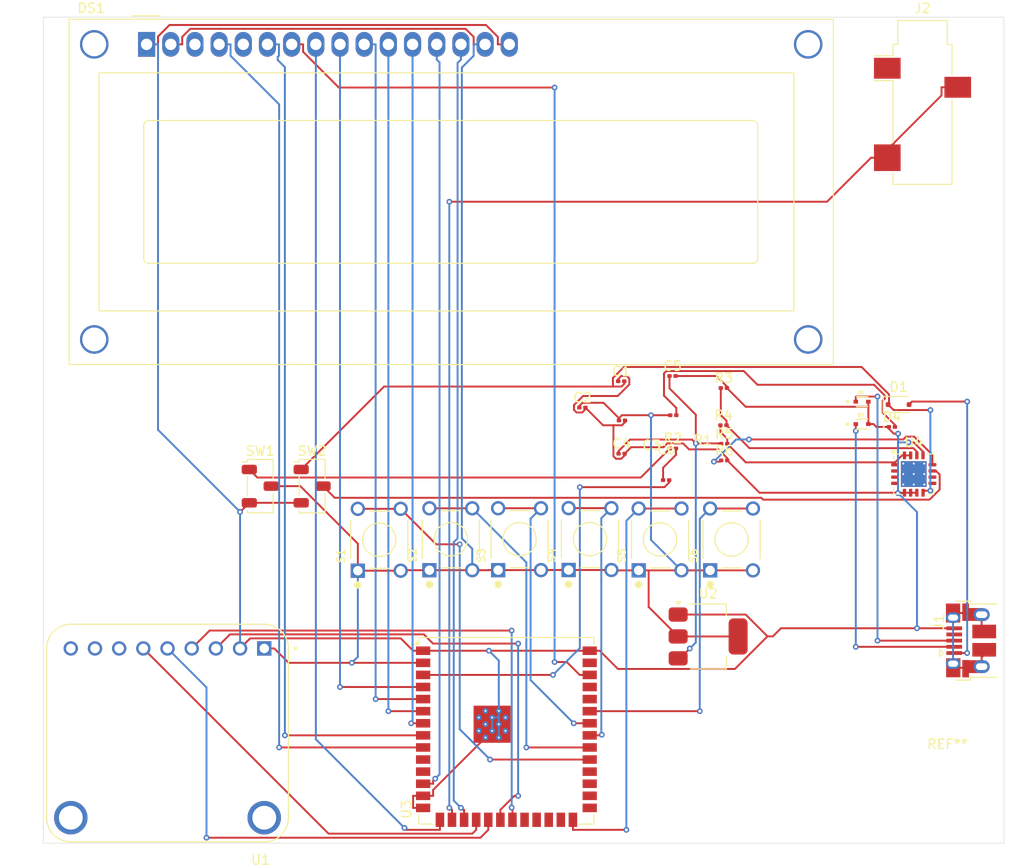
<source format=kicad_pcb>
(kicad_pcb (version 20241229) (generator "pcbnew") (generator_version "9.0")
  (layers (0 "F.Cu" signal) (2 "B.Cu" signal) (13 "F.Paste" user) (15 "B.Paste" user) (5 "F.SilkS" user "F.Silkscreen") (7 "B.SilkS" user "B.Silkscreen") (1 "F.Mask" user) (3 "B.Mask" user) (25 "Edge.Cuts" user))
  (net 0 "")
  (net 1 "unconnected-(J1-Shield-Pad6)")
  (net 3 "VBUS")
  (net 4 "+5V")
  (net 5 "Net-(J1-D+)")
  (net 6 "D+")
  (net 7 "Net-(J1-D-)")
  (net 8 "Net-(D4-A)")
  (net 9 "VCC_3V3")
  (net 22 "Net-(SW1-C)")
  (net 23 "Net-(U3-EN)")
  (net 24 "Net-(C6-Pad1)")
  (net 25 "SCK")
  (net 26 "CS")
  (net 27 "MOSI")
  (net 28 "MISO")
  (net 29 "RST")
  (net 30 "D6")
  (net 31 "D2")
  (net 32 "ENABLE")
  (net 33 "D7")
  (net 34 "D4")
  (net 35 "D3")
  (net 36 "RW")
  (net 38 "D0")
  (net 39 "D5")
  (net 40 "RS")
  (net 41 "D1")
  (net 42 "PLAY")
  (net 43 "PAUSE")
  (net 44 "FORWARD1")
  (net 45 "BACK1")
  (net 46 "BACKS")
  (net 47 "NEXTS")
  (net 49 "Net-(SW2-B)")
  (net 50 "Net-(U3-IO46)")
  (net 51 "Net-(U4-FB)")
  (net 52 "Net-(R4-Pad1)")
  (net 54 "unconnected-(U4-PAD-Pad17)")
  (net 59 "Net-(U2-VI)")
  (net 60 "Net-(U4-LBO)")
  (footprint "MountingHole:MountingHole_3.5mm" (layer "F.Cu") (at 93.32 24.29)
    (property "Reference" "REF**" (hide yes))
    (property "Value" "MountingHole_3.5mm" (hide yes))
  )
  (footprint "Diode_SMD:D_SOD-323F" (layer "F.Cu") (at 89.85 40.7)
    (property "Reference" "D1")
    (property "Value" "1SS355VM")
  )
  (footprint "Capacitor_SMD:C_0201_0603Metric" (layer "F.Cu") (at 65.43 48.64)
    (property "Reference" "C6")
    (property "Value" "C")
  )
  (footprint "Button_Switch_SMD:Nidec_Copal_CAS-120A" (layer "F.Cu") (at 22.79 49.27)
    (property "Reference" "SW1")
    (property "Value" "SW_Nidec_CAS-120A1")
  )
  (footprint "Connector_Audio:Jack_3.5mm_CUI_SJ-3523-SMT_Horizontal" (layer "F.Cu") (at 92.36 8.97)
    (property "Reference" "J2")
    (property "Value" "AudioJack3")
  )
  (footprint "MountingHole:MountingHole_3.5mm" (layer "F.Cu") (at 94.99 80.88)
    (property "Reference" "REF**")
    (property "Value" "MountingHole_3.5mm")
  )
  (footprint "Resistor_SMD:R_0201_0603Metric" (layer "F.Cu") (at 66.14 45.31)
    (property "Reference" "R2")
    (property "Value" "R")
  )
  (footprint "FSM8JH:SW_FSM8JH" (layer "F.Cu") (at 64.79 54.87 90)
    (property "Reference" "S5")
    (property "Value" "FSM8JH")
  )
  (footprint "Capacitor_SMD:C_0201_0603Metric" (layer "F.Cu") (at 66.1 37.7)
    (property "Reference" "C5")
    (property "Value" "C")
  )
  (footprint "Capacitor_SMD:C_0201_0603Metric" (layer "F.Cu") (at 60.79 42.37)
    (property "Reference" "C3")
    (property "Value" "C")
  )
  (footprint "Resistor_SMD:R_0201_0603Metric" (layer "F.Cu") (at 71.45 42.87)
    (property "Reference" "R4")
    (property "Value" "R")
  )
  (footprint "FSM8JH:SW_FSM8JH" (layer "F.Cu") (at 57.43 54.83 90)
    (property "Reference" "S4")
    (property "Value" "FSM8JH")
  )
  (footprint "Capacitor_SMD:C_0201_0603Metric" (layer "F.Cu") (at 56.63 41.02)
    (property "Reference" "C2")
    (property "Value" "C")
  )
  (footprint "Resistor_SMD:R_0201_0603Metric" (layer "F.Cu") (at 71.49 38.96)
    (property "Reference" "R3")
    (property "Value" "R")
  )
  (footprint "Capacitor_SMD:C_0201_0603Metric" (layer "F.Cu") (at 60.71 38.25)
    (property "Reference" "C1")
    (property "Value" "C")
  )
  (footprint "Package_TO_SOT_SMD:SOT-223-3_TabPin2" (layer "F.Cu") (at 69.84 65.06)
    (property "Reference" "U2")
    (property "Value" "AMS1117")
  )
  (footprint "Resistor_SMD:R_0201_0603Metric" (layer "F.Cu") (at 66.18 41.82)
    (property "Reference" "R1")
    (property "Value" "R")
  )
  (footprint "Capacitor_SMD:C_0201_0603Metric" (layer "F.Cu") (at 60.75 45.86)
    (property "Reference" "C4")
    (property "Value" "C")
  )
  (footprint "FSM8JH:SW_FSM8JH" (layer "F.Cu") (at 72.3 54.87 90)
    (property "Reference" "S6")
    (property "Value" "FSM8JH")
  )
  (footprint "Resistor_SMD:R_0201_0603Metric" (layer "F.Cu") (at 71.53 44.82)
    (property "Reference" "R5")
    (property "Value" "3.7ohms")
  )
  (footprint "FSM8JH:SW_FSM8JH" (layer "F.Cu") (at 42.81 54.85 90)
    (property "Reference" "S2")
    (property "Value" "FSM8JH")
  )
  (footprint "LED_SMD:LED_0201_0603Metric" (layer "F.Cu") (at 89.14 43.05)
    (property "Reference" "D4")
    (property "Value" "LED")
  )
  (footprint "Display:WC1602A" (layer "F.Cu") (at 10.85 2.86)
    (property "Reference" "DS1")
    (property "Value" "WC1602A")
  )
  (footprint "Button_Switch_SMD:Nidec_Copal_CAS-120A" (layer "F.Cu") (at 28.24 49.27)
    (property "Reference" "SW2")
    (property "Value" "SW_Nidec_CAS-120A1")
  )
  (footprint "FSM8JH:SW_FSM8JH" (layer "F.Cu") (at 50.0325 54.8425 90)
    (property "Reference" "S3")
    (property "Value" "FSM8JH")
  )
  (footprint "FSM8JH:SW_FSM8JH" (layer "F.Cu") (at 35.2925 54.9025 90)
    (property "Reference" "S1")
    (property "Value" "FSM8JH")
  )
  (footprint "RF_Module:ESP32-S3-WROOM-1U" (layer "F.Cu") (at 48.65 74.97)
    (property "Reference" "U3")
    (property "Value" "ESP32-S3-WROOM-1")
  )
  (footprint "LESD5D5.0CT1G:TVS_LESD5D5.0CT1G" (layer "F.Cu") (at 86.01 42.75)
    (property "Reference" "D3")
    (property "Value" "LESD5D5.0CT1G")
  )
  (footprint "Resistor_SMD:R_0201_0603Metric" (layer "F.Cu") (at 71.53 46.57)
    (property "Reference" "R6")
    (property "Value" "R")
  )
  (footprint "LESD5D5.0CT1G:TVS_LESD5D5.0CT1G" (layer "F.Cu") (at 86.01 40.4)
    (property "Reference" "D2")
    (property "Value" "LESD5D5.0CT1G")
  )
  (footprint "Package_DFN_QFN:Texas_RSA_VQFN-16-1EP_4x4mm_P0.65mm_EP2.7x2.7mm_ThermalVias" (layer "F.Cu") (at 91.44 48)
    (property "Reference" "U4")
    (property "Value" "TPS61090")
  )
  (footprint "MountingHole:MountingHole_3.5mm" (layer "F.Cu") (at 5.49 48.32)
    (property "Reference" "REF**" (hide yes))
    (property "Value" "MountingHole_3.5mm" (hide yes))
  )
  (footprint "Connector_USB:USB_Micro-B_Amphenol_10103594-0001LF_Horizontal" (layer "F.Cu") (at 97.455 65.475 90)
    (property "Reference" "J1")
    (property "Value" "USB_B_Micro")
  )
  (footprint "sdCardBoard:MODULE_MICROSD_SPI_OR_SDIO_CARD" (layer "F.Cu") (at 13.05 75.21 180)
    (property "Reference" "U1")
    (property "Value" "MICROSD_SPI_OR_SDIO_CARD")
  )
  (gr_rect (start 0 0) (end 100.91 86.77) (stroke (width 0.05)) (fill no) (layer "Edge.Cuts"))
  (segment (start 98.57 68.23) (end 98.57 67.2533) (width 0.2) (layer "F.Cu") (net 1))
  (segment (start 95.57 62.6) (end 96.79 62.6) (width 0.2) (layer "F.Cu") (net 1))
  (segment (start 98.84 66.9833) (end 98.57 67.2533) (width 0.2) (layer "F.Cu") (net 1))
  (segment (start 97.14 62.75) (end 96.89 62.5) (width 0.2) (layer "F.Cu") (net 1))
  (segment (start 97.42 68.45) (end 97.64 68.23) (width 0.2) (layer "F.Cu") (net 1))
  (segment (start 96.79 68.35) (end 95.59 68.35) (width 0.2) (layer "F.Cu") (net 1))
  (segment (start 97.64 68.23) (end 98.57 68.23) (width 0.2) (layer "F.Cu") (net 1))
  (segment (start 98.84 66.46) (end 98.84 66.9833) (width 0.2) (layer "F.Cu") (net 1))
  (segment (start 98.57 64.27) (end 98.57 62.77) (width 0.2) (layer "F.Cu") (net 1))
  (segment (start 98.57 62.77) (end 97.66 62.77) (width 0.2) (layer "F.Cu") (net 1))
  (segment (start 95.59 68.35) (end 95.59 67.94) (width 0.2) (layer "F.Cu") (net 1))
  (segment (start 97.64 62.75) (end 97.14 62.75) (width 0.2) (layer "F.Cu") (net 1))
  (segment (start 96.79 62.6) (end 96.89 62.5) (width 0.2) (layer "F.Cu") (net 1))
  (segment (start 96.89 68.45) (end 96.79 68.35) (width 0.2) (layer "F.Cu") (net 1))
  (segment (start 95.59 67.94) (end 95.57 67.92) (width 0.2) (layer "F.Cu") (net 1))
  (segment (start 95.57 63.08) (end 95.57 62.6) (width 0.2) (layer "F.Cu") (net 1))
  (segment (start 98.84 64.54) (end 98.57 64.27) (width 0.2) (layer "F.Cu") (net 1))
  (segment (start 97.66 62.77) (end 97.64 62.75) (width 0.2) (layer "F.Cu") (net 1))
  (segment (start 96.89 68.45) (end 97.42 68.45) (width 0.2) (layer "F.Cu") (net 1))
  (segment (start 95.57 67.92) (end 95.57 63.08) (width 0.2) (layer "B.Cu") (net 1))
  (segment (start 96.8167 66.8) (end 97.0525 66.8) (width 0.2) (layer "F.Cu") (net 3))
  (segment (start 95.69 66.8) (end 96.8167 66.8) (width 0.2) (layer "F.Cu") (net 3))
  (segment (start 90.95 40.7) (end 91.2645 40.3855) (width 0.2) (layer "F.Cu") (net 3))
  (segment (start 91.2645 40.3855) (end 97.0525 40.3855) (width 0.2) (layer "F.Cu") (net 3))
  (via (at 97.0525 66.8) (size 0.6) (drill 0.3) (layers "F.Cu" "B.Cu") (net 3))
  (via (at 97.0525 40.3855) (size 0.6) (drill 0.3) (layers "F.Cu" "B.Cu") (net 3))
  (segment (start 97.0525 40.3855) (end 97.0525 66.8) (width 0.2) (layer "B.Cu") (net 3))
  (segment (start 88.75 40.7) (end 89.3279 41.2779) (width 0.2) (layer "F.Cu") (net 4))
  (segment (start 61.03 38.518) (end 60.7402 38.8078) (width 0.2) (layer "F.Cu") (net 4))
  (segment (start 35.8022 38.8078) (end 27.09 47.52) (width 0.2) (layer "F.Cu") (net 4))
  (segment (start 88.75 40.7) (end 88.8432 40.6068) (width 0.2) (layer "F.Cu") (net 4))
  (segment (start 89.3279 41.2779) (end 93.1873 41.2779) (width 0.2) (layer "F.Cu") (net 4))
  (segment (start 61.03 38.25) (end 61.03 38.518) (width 0.2) (layer "F.Cu") (net 4))
  (segment (start 59.8377 37.9096) (end 59.8377 38.8078) (width 0.2) (layer "F.Cu") (net 4))
  (segment (start 59.8377 38.8078) (end 35.8022 38.8078) (width 0.2) (layer "F.Cu") (net 4))
  (segment (start 60.7402 38.8078) (end 59.8377 38.8078) (width 0.2) (layer "F.Cu") (net 4))
  (segment (start 85.9609 36.753) (end 60.9943 36.753) (width 0.2) (layer "F.Cu") (net 4))
  (segment (start 93.1873 49.7473) (end 92.6302 49.7473) (width 0.2) (layer "F.Cu") (net 4))
  (segment (start 88.8432 40.6068) (end 88.8432 39.6353) (width 0.2) (layer "F.Cu") (net 4))
  (segment (start 92.6302 49.7473) (end 92.415 49.9625) (width 0.2) (layer "F.Cu") (net 4))
  (segment (start 88.8432 39.6353) (end 85.9609 36.753) (width 0.2) (layer "F.Cu") (net 4))
  (segment (start 60.9943 36.753) (end 59.8377 37.9096) (width 0.2) (layer "F.Cu") (net 4))
  (via (at 93.1873 41.2779) (size 0.6) (drill 0.3) (layers "F.Cu" "B.Cu") (net 4))
  (via (at 93.1873 49.7473) (size 0.6) (drill 0.3) (layers "F.Cu" "B.Cu") (net 4))
  (segment (start 93.1873 49.7473) (end 93.1873 41.2779) (width 0.2) (layer "B.Cu") (net 4))
  (segment (start 85.35 40.4) (end 85.35 39.8983) (width 0.2) (layer "F.Cu") (net 5))
  (segment (start 95.69 65.5) (end 87.6301 65.5) (width 0.2) (layer "F.Cu") (net 5))
  (segment (start 85.35 39.8983) (end 85.3895 39.8588) (width 0.2) (layer "F.Cu") (net 5))
  (segment (start 85.3895 39.8588) (end 87.6301 39.8588) (width 0.2) (layer "F.Cu") (net 5))
  (via (at 87.6301 65.5) (size 0.6) (drill 0.3) (layers "F.Cu" "B.Cu") (net 5))
  (via (at 87.6301 39.8588) (size 0.6) (drill 0.3) (layers "F.Cu" "B.Cu") (net 5))
  (segment (start 87.6301 39.8588) (end 87.6301 65.5) (width 0.2) (layer "B.Cu") (net 5))
  (segment (start 59.8918 42.8763) (end 58.8063 42.8763) (width 0.2) (layer "F.Cu") (net 6))
  (segment (start 47.15 74.28) (end 46.45 74.28) (width 0.2) (layer "F.Cu") (net 6))
  (segment (start 60.39 38.25) (end 60.39 38.033) (width 0.2) (layer "F.Cu") (net 6))
  (segment (start 47.7483 2.86) (end 47.7483 2.0743) (width 0.2) (layer "F.Cu") (net 6))
  (segment (start 67.2122 44.7812) (end 65.5501 44.7812) (width 0.2) (layer "F.Cu") (net 6))
  (segment (start 73.7811 62.76) (end 66.69 62.76) (width 0.2) (layer "F.Cu") (net 6))
  (segment (start 71.81 38.96) (end 73.7817 40.9317) (width 0.2) (layer "F.Cu") (net 6))
  (segment (start 39.3742 81.8) (end 38.8483 81.8) (width 0.2) (layer "F.Cu") (net 6))
  (segment (start 39.3742 81.8) (end 39.9 81.8) (width 0.2) (layer "F.Cu") (net 6))
  (segment (start 21.7271 65.2629) (end 37.5512 65.2629) (width 0.2) (layer "F.Cu") (net 6))
  (segment (start 90.465 49.9625) (end 90.4262 50.0013) (width 0.2) (layer "F.Cu") (net 6))
  (segment (start 40.9517 81.8) (end 40.9517 81.1783) (width 0.2) (layer "F.Cu") (net 6))
  (segment (start 60.39 38.033) (end 60.7297 37.6933) (width 0.2) (layer "F.Cu") (net 6))
  (segment (start 91.4391 44.6739) (end 90.8829 44.6739) (width 0.2) (layer "F.Cu") (net 6))
  (segment (start 56.6084 41.5334) (end 57.0359 41.1059) (width 0.2) (layer "F.Cu") (net 6))
  (segment (start 91.115 49.9625) (end 90.465 49.9625) (width 0.2) (layer "F.Cu") (net 6))
  (segment (start 61.7486 45.1814) (end 61.07 45.86) (width 0.2) (layer "F.Cu") (net 6))
  (segment (start 57.0359 41.1059) (end 56.95 41.02) (width 0.2) (layer "F.Cu") (net 6))
  (segment (start 71.85 46.3349) (end 70.9253 45.4102) (width 0.2) (layer "F.Cu") (net 6))
  (segment (start 27.09 51.02) (end 21.64 51.02) (width 0.2) (layer "F.Cu") (net 6))
  (segment (start 58.8063 42.8763) (end 57.0359 41.1059) (width 0.2) (layer "F.Cu") (net 6))
  (segment (start 47.7483 2.0743) (end 46.5019 0.8279) (width 0.2) (layer "F.Cu") (net 6))
  (segment (start 76.0744 65.0532) (end 72.6553 68.4723) (width 0.2) (layer "F.Cu") (net 6))
  (segment (start 61.11 42.5418) (end 60.7755 42.8763) (width 0.2) (layer "F.Cu") (net 6))
  (segment (start 67.8412 45.4102) (end 67.2122 44.7812) (width 0.2) (layer "F.Cu") (net 6))
  (segment (start 92.415 46.0375) (end 92.415 45.6498) (width 0.2) (layer "F.Cu") (net 6))
  (segment (start 71.85 46.57) (end 71.85 46.3349) (width 0.2) (layer "F.Cu") (net 6))
  (segment (start 65.15 45.1813) (end 65.15 45.1814) (width 0.2) (layer "F.Cu") (net 6))
  (segment (start 76.6375 65.0533) (end 76.0744 65.0533) (width 0.2) (layer "F.Cu") (net 6))
  (segment (start 76.0744 65.0533) (end 76.0744 65.0532) (width 0.2) (layer "F.Cu") (net 6))
  (segment (start 86.67 40.9317) (end 86.67 42.75) (width 0.2) (layer "F.Cu") (net 6))
  (segment (start 61.07 46.0432) (end 60.7191 46.3941) (width 0.2) (layer "F.Cu") (net 6))
  (segment (start 48.55 74.98) (end 47.15 74.98) (width 0.2) (layer "F.Cu") (net 6))
  (segment (start 46.5019 0.8279) (end 13.2576 0.8279) (width 0.2) (layer "F.Cu") (net 6))
  (segment (start 39.9 66.56) (end 38.8483 66.56) (width 0.2) (layer "F.Cu") (net 6))
  (segment (start 39.9 83.07) (end 38.8483 83.07) (width 0.2) (layer "F.Cu") (net 6))
  (segment (start 48.55 73.58) (end 47.15 73.58) (width 0.2) (layer "F.Cu") (net 6))
  (segment (start 55.7475 40.7538) (end 55.7475 41.2562) (width 0.2) (layer "F.Cu") (net 6))
  (segment (start 13.2576 0.8279) (end 12.0517 2.0338) (width 0.2) (layer "F.Cu") (net 6))
  (segment (start 87.5117 43.05) (end 87.2117 42.75) (width 0.2) (layer "F.Cu") (net 6))
  (segment (start 40.9517 81.1783) (end 46.45 75.68) (width 0.2) (layer "F.Cu") (net 6))
  (segment (start 91.7805 64.2) (end 77.4908 64.2) (width 0.2) (layer "F.Cu") (net 6))
  (segment (start 60.364 68.4723) (end 58.4517 66.56) (width 0.2) (layer "F.Cu") (net 6))
  (segment (start 95.69 64.2) (end 91.7805 64.2) (width 0.2) (layer "F.Cu") (net 6))
  (segment (start 38.8483 83.07) (end 38.8483 81.8) (width 0.2) (layer "F.Cu") (net 6))
  (segment (start 90.4262 50.0013) (end 89.7751 50.0013) (width 0.2) (layer "F.Cu") (net 6))
  (segment (start 61.2904 37.6933) (end 61.5628 37.9657) (width 0.2) (layer "F.Cu") (net 6))
  (segment (start 20.67 66.32) (end 21.7271 65.2629) (width 0.2) (layer "F.Cu") (net 6))
  (segment (start 73.7817 40.9317) (end 86.67 40.9317) (width 0.2) (layer "F.Cu") (net 6))
  (segment (start 47.85 74.28) (end 47.15 74.28) (width 0.2) (layer "F.Cu") (net 6))
  (segment (start 59.8918 46.1281) (end 59.8918 42.8763) (width 0.2) (layer "F.Cu") (net 6))
  (segment (start 39.9 81.8) (end 40.9517 81.8) (width 0.2) (layer "F.Cu") (net 6))
  (segment (start 60.7755 42.8763) (end 59.8918 42.8763) (width 0.2) (layer "F.Cu") (net 6))
  (segment (start 75.2425 49.9625) (end 71.85 46.57) (width 0.2) (layer "F.Cu") (net 6))
  (segment (start 70.713 37.7) (end 71.81 38.797) (width 0.2) (layer "F.Cu") (net 6))
  (segment (start 20.6858 51.9742) (end 20.67 51.9742) (width 0.2) (layer "F.Cu") (net 6))
  (segment (start 65.5501 44.7812) (end 65.15 45.1813) (width 0.2) (layer "F.Cu") (net 6))
  (segment (start 88.82 43.05) (end 88.82 43.2386) (width 0.2) (layer "F.Cu") (net 6))
  (segment (start 12.0517 2.0338) (end 12.0517 2.86) (width 0.2) (layer "F.Cu") (net 6))
  (segment (start 76.0744 65.0532) (end 73.7811 62.76) (width 0.2) (layer "F.Cu") (net 6))
  (segment (start 60.3432 39.803) (end 56.6983 39.803) (width 0.2) (layer "F.Cu") (net 6))
  (segment (start 88.82 43.05) (end 87.5117 43.05) (width 0.2) (layer "F.Cu") (net 6))
  (segment (start 47.15 74.98) (end 45.75 74.98) (width 0.2) (layer "F.Cu") (net 6))
  (segment (start 61.5628 37.9657) (end 61.5628 38.5834) (width 0.2) (layer "F.Cu") (net 6))
  (segment (start 47.15 73.58) (end 45.75 73.58) (width 0.2) (layer "F.Cu") (net 6))
  (segment (start 46.812 66.56) (end 39.9 66.56) (width 0.2) (layer "F.Cu") (net 6))
  (segment (start 46.812 66.56) (end 57.4 66.56) (width 0.2) (layer "F.Cu") (net 6))
  (segment (start 21.64 51.02) (end 20.6858 51.9742) (width 0.2) (layer "F.Cu") (net 6))
  (segment (start 65.15 45.1814) (end 61.7486 45.1814) (width 0.2) (layer "F.Cu") (net 6))
  (segment (start 77.4908 64.2) (end 76.6375 65.0533) (width 0.2) (layer "F.Cu") (net 6))
  (segment (start 55.7475 41.2562) (end 56.0247 41.5334) (width 0.2) (layer "F.Cu") (net 6))
  (segment (start 60.1578 46.3941) (end 59.8918 46.1281) (width 0.2) (layer "F.Cu") (net 6))
  (segment (start 61.11 42.37) (end 61.11 42.5418) (width 0.2) (layer "F.Cu") (net 6))
  (segment (start 91.765 49.9625) (end 91.115 49.9625) (width 0.2) (layer "F.Cu") (net 6))
  (segment (start 90.465 49.9625) (end 75.2425 49.9625) (width 0.2) (layer "F.Cu") (net 6))
  (segment (start 56.0247 41.5334) (end 56.6084 41.5334) (width 0.2) (layer "F.Cu") (net 6))
  (segment (start 37.5512 65.2629) (end 38.8483 66.56) (width 0.2) (layer "F.Cu") (net 6))
  (segment (start 66.42 37.7) (end 70.713 37.7) (width 0.2) (layer "F.Cu") (net 6))
  (segment (start 72.6553 68.4723) (end 60.364 68.4723) (width 0.2) (layer "F.Cu") (net 6))
  (segment (start 61.07 45.86) (end 61.07 46.0432) (width 0.2) (layer "F.Cu") (net 6))
  (segment (start 56.6983 39.803) (end 55.7475 40.7538) (width 0.2) (layer "F.Cu") (net 6))
  (segment (start 57.4 66.56) (end 58.4517 66.56) (width 0.2) (layer "F.Cu") (net 6))
  (segment (start 86.67 42.75) (end 87.2117 42.75) (width 0.2) (layer "F.Cu") (net 6))
  (segment (start 48.95 2.86) (end 47.7483 2.86) (width 0.2) (layer "F.Cu") (net 6))
  (segment (start 10.85 2.86) (end 12.0517 2.86) (width 0.2) (layer "F.Cu") (net 6))
  (segment (start 60.7297 37.6933) (end 61.2904 37.6933) (width 0.2) (layer "F.Cu") (net 6))
  (segment (start 60.7191 46.3941) (end 60.1578 46.3941) (width 0.2) (layer "F.Cu") (net 6))
  (segment (start 89.3385 43.7571) (end 89.7883 43.7571) (width 0.2) (layer "F.Cu") (net 6))
  (segment (start 47.85 72.88) (end 46.45 72.88) (width 0.2) (layer "F.Cu") (net 6))
  (segment (start 61.5628 38.5834) (end 60.3432 39.803) (width 0.2) (layer "F.Cu") (net 6))
  (segment (start 71.81 38.797) (end 71.81 38.96) (width 0.2) (layer "F.Cu") (net 6))
  (segment (start 92.415 45.6498) (end 91.4391 44.6739) (width 0.2) (layer "F.Cu") (net 6))
  (segment (start 86.67 40.4) (end 86.67 40.9317) (width 0.2) (layer "F.Cu") (net 6))
  (segment (start 47.85 75.68) (end 46.45 75.68) (width 0.2) (layer "F.Cu") (net 6))
  (segment (start 88.82 43.2386) (end 89.3385 43.7571) (width 0.2) (layer "F.Cu") (net 6))
  (segment (start 70.9253 45.4102) (end 67.8412 45.4102) (width 0.2) (layer "F.Cu") (net 6))
  (via (at 90.8829 44.6739) (size 0.6) (drill 0.3) (layers "F.Cu" "B.Cu") (net 6))
  (via (at 46.812 66.56) (size 0.6) (drill 0.3) (layers "F.Cu" "B.Cu") (net 6))
  (via (at 91.7805 64.2) (size 0.6) (drill 0.3) (layers "F.Cu" "B.Cu") (net 6))
  (via (at 89.7751 50.0013) (size 0.6) (drill 0.3) (layers "F.Cu" "B.Cu") (net 6))
  (via (at 20.67 51.9742) (size 0.6) (drill 0.3) (layers "F.Cu" "B.Cu") (net 6))
  (via (at 89.7883 43.7571) (size 0.6) (drill 0.3) (layers "F.Cu" "B.Cu") (net 6))
  (segment (start 47.85 72.88) (end 47.85 73.58) (width 0.2) (layer "B.Cu") (net 6))
  (segment (start 10.85 2.86) (end 12.0517 2.86) (width 0.2) (layer "B.Cu") (net 6))
  (segment (start 20.67 66.32) (end 20.67 51.9742) (width 0.2) (layer "B.Cu") (net 6))
  (segment (start 89.7883 50.0013) (end 89.7883 44.6739) (width 0.2) (layer "B.Cu") (net 6))
  (segment (start 47.15 74.98) (end 47.15 73.58) (width 0.2) (layer "B.Cu") (net 6))
  (segment (start 47.85 72.88) (end 47.85 67.598) (width 0.2) (layer "B.Cu") (net 6))
  (segment (start 47.85 73.58) (end 47.15 73.58) (width 0.2) (layer "B.Cu") (net 6))
  (segment (start 12.0517 43.3559) (end 20.67 51.9742) (width 0.2) (layer "B.Cu") (net 6))
  (segment (start 91.7805 64.2) (end 91.7805 51.9935) (width 0.2) (layer "B.Cu") (net 6))
  (segment (start 89.7883 50.0013) (end 89.7751 50.0013) (width 0.2) (layer "B.Cu") (net 6))
  (segment (start 89.7883 44.6739) (end 89.7883 43.7571) (width 0.2) (layer "B.Cu") (net 6))
  (segment (start 91.7805 51.9935) (end 89.7883 50.0013) (width 0.2) (layer "B.Cu") (net 6))
  (segment (start 89.7883 44.6739) (end 90.8829 44.6739) (width 0.2) (layer "B.Cu") (net 6))
  (segment (start 47.85 75.68) (end 47.85 74.28) (width 0.2) (layer "B.Cu") (net 6))
  (segment (start 12.0517 2.86) (end 12.0517 43.3559) (width 0.2) (layer "B.Cu") (net 6))
  (segment (start 47.85 67.598) (end 46.812 66.56) (width 0.2) (layer "B.Cu") (net 6))
  (segment (start 47.85 73.58) (end 47.85 74.28) (width 0.2) (layer "B.Cu") (net 6))
  (segment (start 95.69 66.15) (end 85.35 66.15) (width 0.2) (layer "F.Cu") (net 7))
  (segment (start 85.35 43.4718) (end 85.35 42.75) (width 0.2) (layer "F.Cu") (net 7))
  (via (at 85.35 66.15) (size 0.6) (drill 0.3) (layers "F.Cu" "B.Cu") (net 7))
  (via (at 85.35 43.4718) (size 0.6) (drill 0.3) (layers "F.Cu" "B.Cu") (net 7))
  (segment (start 85.35 66.15) (end 85.35 43.4718) (width 0.2) (layer "B.Cu") (net 7))
  (segment (start 88.1754 41.5504) (end 88.1754 40.2925) (width 0.2) (layer "F.Cu") (net 8))
  (segment (start 65.4494 37.181) (end 65.2032 37.4272) (width 0.2) (layer "F.Cu") (net 8))
  (segment (start 73.5837 37.181) (end 65.4494 37.181) (width 0.2) (layer "F.Cu") (net 8))
  (segment (start 65.2032 37.4272) (end 65.2032 39.7621) (width 0.2) (layer "F.Cu") (net 8))
  (segment (start 65.2032 39.7621) (end 66.5 41.0589) (width 0.2) (layer "F.Cu") (net 8))
  (segment (start 75.0211 38.6184) (end 73.5837 37.181) (width 0.2) (layer "F.Cu") (net 8))
  (segment (start 89.46 43.05) (end 89.46 42.835) (width 0.2) (layer "F.Cu") (net 8))
  (segment (start 89.46 42.835) (end 88.1754 41.5504) (width 0.2) (layer "F.Cu") (net 8))
  (segment (start 88.1754 40.2925) (end 88.4002 40.0677) (width 0.2) (layer "F.Cu") (net 8))
  (segment (start 87.2583 38.6184) (end 75.0211 38.6184) (width 0.2) (layer "F.Cu") (net 8))
  (segment (start 88.4002 39.7603) (end 87.2583 38.6184) (width 0.2) (layer "F.Cu") (net 8))
  (segment (start 88.4002 40.0677) (end 88.4002 39.7603) (width 0.2) (layer "F.Cu") (net 8))
  (segment (start 66.5 41.0589) (end 66.5 41.82) (width 0.2) (layer "F.Cu") (net 8))
  (segment (start 60.47 42.1306) (end 60.47 42.37) (width 0.2) (layer "F.Cu") (net 9))
  (segment (start 66.69 65.06) (end 63.5907 61.9607) (width 0.2) (layer "F.Cu") (net 9))
  (segment (start 46.7243 58.1) (end 45.06 58.1) (width 0.2) (layer "F.Cu") (net 9))
  (segment (start 23.21 66.32) (end 24.2657 66.32) (width 0.2) (layer "F.Cu") (net 9))
  (segment (start 13.39 2.86) (end 14.5917 2.86) (width 0.2) (layer "F.Cu") (net 9))
  (segment (start 39.9 67.83) (end 32.4129 67.83) (width 0.2) (layer "F.Cu") (net 9))
  (segment (start 56.31 40.8438) (end 56.31 41.02) (width 0.2) (layer "F.Cu") (net 9))
  (segment (start 62.54 58.12) (end 63.5907 58.12) (width 0.2) (layer "F.Cu") (net 9))
  (segment (start 44.3636 1.2296) (end 45.2083 2.0743) (width 0.2) (layer "F.Cu") (net 9))
  (segment (start 46.41 2.86) (end 45.2083 2.86) (width 0.2) (layer "F.Cu") (net 9))
  (segment (start 33.0425 58.1525) (end 37.5425 58.1525) (width 0.2) (layer "F.Cu") (net 9))
  (segment (start 55.18 58.08) (end 56.2307 58.08) (width 0.2) (layer "F.Cu") (net 9))
  (segment (start 59.68 58.08) (end 56.2307 58.08) (width 0.2) (layer "F.Cu") (net 9))
  (segment (start 14.5917 2.0717) (end 15.4338 1.2296) (width 0.2) (layer "F.Cu") (net 9))
  (segment (start 46.7318 58.0925) (end 46.7243 58.1) (width 0.2) (layer "F.Cu") (net 9))
  (segment (start 67.04 58.12) (end 63.5907 58.12) (width 0.2) (layer "F.Cu") (net 9))
  (segment (start 70.05 58.12) (end 74.55 58.12) (width 0.2) (layer "F.Cu") (net 9))
  (segment (start 59.72 58.12) (end 59.68 58.08) (width 0.2) (layer "F.Cu") (net 9))
  (segment (start 47.7825 58.0925) (end 46.7318 58.0925) (width 0.2) (layer "F.Cu") (net 9))
  (segment (start 60.7806 41.82) (end 60.47 42.1306) (width 0.2) (layer "F.Cu") (net 9))
  (segment (start 63.8389 41.82) (end 60.7806 41.82) (width 0.2) (layer "F.Cu") (net 9))
  (segment (start 58.8531 40.5137) (end 56.6401 40.5137) (width 0.2) (layer "F.Cu") (net 9))
  (segment (start 52.295 58.08) (end 52.2825 58.0925) (width 0.2) (layer "F.Cu") (net 9))
  (segment (start 47.7825 58.0925) (end 48.8332 58.0925) (width 0.2) (layer "F.Cu") (net 9))
  (segment (start 52.2825 58.0925) (end 48.8332 58.0925) (width 0.2) (layer "F.Cu") (net 9))
  (segment (start 15.4338 1.2296) (end 44.3636 1.2296) (width 0.2) (layer "F.Cu") (net 9))
  (segment (start 45.2083 2.0743) (end 45.2083 2.86) (width 0.2) (layer "F.Cu") (net 9))
  (segment (start 70.05 58.12) (end 67.04 58.12) (width 0.2) (layer "F.Cu") (net 9))
  (segment (start 26.9978 49.27) (end 33.0425 55.3147) (width 0.2) (layer "F.Cu") (net 9))
  (segment (start 45.06 58.1) (end 40.56 58.1) (width 0.2) (layer "F.Cu") (net 9))
  (segment (start 72.99 65.06) (end 66.69 65.06) (width 0.2) (layer "F.Cu") (net 9))
  (segment (start 14.5917 2.86) (end 14.5917 2.0717) (width 0.2) (layer "F.Cu") (net 9))
  (segment (start 37.595 58.1) (end 37.5425 58.1525) (width 0.2) (layer "F.Cu") (net 9))
  (segment (start 32.4129 67.83) (end 25.7757 67.83) (width 0.2) (layer "F.Cu") (net 9))
  (segment (start 23.94 49.27) (end 26.9978 49.27) (width 0.2) (layer "F.Cu") (net 9))
  (segment (start 40.56 58.1) (end 37.595 58.1) (width 0.2) (layer "F.Cu") (net 9))
  (segment (start 33.0425 55.3147) (end 33.0425 58.1525) (width 0.2) (layer "F.Cu") (net 9))
  (segment (start 62.54 58.12) (end 59.72 58.12) (width 0.2) (layer "F.Cu") (net 9))
  (segment (start 55.18 58.08) (end 52.295 58.08) (width 0.2) (layer "F.Cu") (net 9))
  (segment (start 65.86 41.82) (end 63.8389 41.82) (width 0.2) (layer "F.Cu") (net 9))
  (segment (start 56.6401 40.5137) (end 56.31 40.8438) (width 0.2) (layer "F.Cu") (net 9))
  (segment (start 60.47 42.1306) (end 58.8531 40.5137) (width 0.2) (layer "F.Cu") (net 9))
  (segment (start 63.5907 61.9607) (end 63.5907 58.12) (width 0.2) (layer "F.Cu") (net 9))
  (segment (start 25.7757 67.83) (end 24.2657 66.32) (width 0.2) (layer "F.Cu") (net 9))
  (via (at 63.8389 41.82) (size 0.6) (drill 0.3) (layers "F.Cu" "B.Cu") (net 9))
  (via (at 32.4129 67.83) (size 0.6) (drill 0.3) (layers "F.Cu" "B.Cu") (net 9))
  (segment (start 43.9701 5.2999) (end 45.2083 4.0617) (width 0.2) (layer "B.Cu") (net 9))
  (segment (start 45.06 55.8453) (end 43.9701 54.7554) (width 0.2) (layer "B.Cu") (net 9))
  (segment (start 33.0425 58.1525) (end 33.0425 67.2004) (width 0.2) (layer "B.Cu") (net 9))
  (segment (start 67.04 58.12) (end 63.8389 54.9189) (width 0.2) (layer "B.Cu") (net 9))
  (segment (start 63.8389 54.9189) (end 63.8389 41.82) (width 0.2) (layer "B.Cu") (net 9))
  (segment (start 46.41 2.86) (end 45.2083 2.86) (width 0.2) (layer "B.Cu") (net 9))
  (segment (start 33.0425 67.2004) (end 32.4129 67.83) (width 0.2) (layer "B.Cu") (net 9))
  (segment (start 43.9701 54.7554) (end 43.9701 5.2999) (width 0.2) (layer "B.Cu") (net 9))
  (segment (start 45.2083 4.0617) (end 45.2083 2.86) (width 0.2) (layer "B.Cu") (net 9))
  (segment (start 45.06 58.1) (end 45.06 55.8453) (width 0.2) (layer "B.Cu") (net 9))
  (segment (start 22.4855 48.3655) (end 62.7645 48.3655) (width 0.2) (layer "F.Cu") (net 22))
  (segment (start 62.7645 48.3655) (end 65.82 45.31) (width 0.2) (layer "F.Cu") (net 22))
  (segment (start 21.64 47.52) (end 22.4855 48.3655) (width 0.2) (layer "F.Cu") (net 22))
  (segment (start 65.75 48.88) (end 65.2539 49.3761) (width 0.2) (layer "F.Cu") (net 23))
  (segment (start 65.2539 49.3761) (end 56.3618 49.3761) (width 0.2) (layer "F.Cu") (net 23))
  (segment (start 65.75 48.64) (end 65.75 48.88) (width 0.2) (layer "F.Cu") (net 23))
  (segment (start 39.9 69.1) (end 53.5441 69.1) (width 0.2) (layer "F.Cu") (net 23))
  (via (at 53.5441 69.1) (size 0.6) (drill 0.3) (layers "F.Cu" "B.Cu") (net 23))
  (via (at 56.3618 49.3761) (size 0.6) (drill 0.3) (layers "F.Cu" "B.Cu") (net 23))
  (segment (start 56.3618 66.2823) (end 56.3618 49.3761) (width 0.2) (layer "B.Cu") (net 23))
  (segment (start 53.5441 69.1) (end 56.3618 66.2823) (width 0.2) (layer "B.Cu") (net 23))
  (segment (start 66.46 45.9845) (end 65.11 47.3345) (width 0.2) (layer "F.Cu") (net 24))
  (segment (start 65.11 47.3345) (end 65.11 48.64) (width 0.2) (layer "F.Cu") (net 24))
  (segment (start 66.46 45.31) (end 66.46 45.9845) (width 0.2) (layer "F.Cu") (net 24))
  (segment (start 39.9694 64.8411) (end 40.9381 65.8098) (width 0.2) (layer "F.Cu") (net 25))
  (segment (start 19.6089 64.8411) (end 39.9694 64.8411) (width 0.2) (layer "F.Cu") (net 25))
  (segment (start 48.015 83.2683) (end 49.4782 81.8051) (width 0.2) (layer "F.Cu") (net 25))
  (segment (start 40.9381 65.8098) (end 49.8798 65.8098) (width 0.2) (layer "F.Cu") (net 25))
  (segment (start 18.13 66.32) (end 19.6089 64.8411) (width 0.2) (layer "F.Cu") (net 25))
  (segment (start 48.015 84.32) (end 48.015 83.2683) (width 0.2) (layer "F.Cu") (net 25))
  (segment (start 49.4782 81.8051) (end 49.8798 81.8051) (width 0.2) (layer "F.Cu") (net 25))
  (via (at 49.8798 81.8051) (size 0.6) (drill 0.3) (layers "F.Cu" "B.Cu") (net 25))
  (via (at 49.8798 65.8098) (size 0.6) (drill 0.3) (layers "F.Cu" "B.Cu") (net 25))
  (segment (start 49.8798 81.8051) (end 49.8798 65.8098) (width 0.2) (layer "B.Cu") (net 25))
  (segment (start 45.0733 85.7734) (end 45.475 85.3717) (width 0.2) (layer "F.Cu") (net 26))
  (segment (start 29.9634 85.7734) (end 45.0733 85.7734) (width 0.2) (layer "F.Cu") (net 26))
  (segment (start 45.475 84.32) (end 45.475 85.3717) (width 0.2) (layer "F.Cu") (net 26))
  (segment (start 10.51 66.32) (end 29.9634 85.7734) (width 0.2) (layer "F.Cu") (net 26))
  (segment (start 46.745 85.3717) (end 45.9143 86.2024) (width 0.2) (layer "F.Cu") (net 27))
  (segment (start 45.9143 86.2024) (end 17.1434 86.2024) (width 0.2) (layer "F.Cu") (net 27))
  (segment (start 46.745 84.32) (end 46.745 85.3717) (width 0.2) (layer "F.Cu") (net 27))
  (via (at 17.1434 86.2024) (size 0.6) (drill 0.3) (layers "F.Cu" "B.Cu") (net 27))
  (segment (start 13.05 66.32) (end 17.1434 70.4134) (width 0.2) (layer "B.Cu") (net 27))
  (segment (start 17.1434 70.4134) (end 17.1434 86.2024) (width 0.2) (layer "B.Cu") (net 27))
  (segment (start 49.285 83.1216) (end 49.2032 83.0398) (width 0.2) (layer "F.Cu") (net 28))
  (segment (start 17.4706 64.4394) (end 49.2032 64.4394) (width 0.2) (layer "F.Cu") (net 28))
  (segment (start 15.59 66.32) (end 17.4706 64.4394) (width 0.2) (layer "F.Cu") (net 28))
  (segment (start 49.285 84.32) (end 49.285 83.1216) (width 0.2) (layer "F.Cu") (net 28))
  (via (at 49.2032 83.0398) (size 0.6) (drill 0.3) (layers "F.Cu" "B.Cu") (net 28))
  (via (at 49.2032 64.4394) (size 0.6) (drill 0.3) (layers "F.Cu" "B.Cu") (net 28))
  (segment (start 49.2032 83.0398) (end 49.2032 64.4394) (width 0.2) (layer "B.Cu") (net 28))
  (segment (start 39.9 80.53) (end 40.9517 80.53) (width 0.2) (layer "F.Cu") (net 30))
  (segment (start 40.9517 80.2185) (end 41.1694 80.0008) (width 0.2) (layer "F.Cu") (net 30))
  (segment (start 40.9517 80.53) (end 40.9517 80.2185) (width 0.2) (layer "F.Cu") (net 30))
  (via (at 41.1694 80.0008) (size 0.6) (drill 0.3) (layers "F.Cu" "B.Cu") (net 30))
  (segment (start 41.6231 4.7548) (end 41.6231 79.5471) (width 0.2) (layer "B.Cu") (net 30))
  (segment (start 41.6231 79.5471) (end 41.1694 80.0008) (width 0.2) (layer "B.Cu") (net 30))
  (segment (start 41.33 4.4617) (end 41.6231 4.7548) (width 0.2) (layer "B.Cu") (net 30))
  (segment (start 41.33 2.86) (end 41.33 4.4617) (width 0.2) (layer "B.Cu") (net 30))
  (segment (start 39.9 70.37) (end 31.17 70.37) (width 0.2) (layer "F.Cu") (net 31))
  (via (at 31.17 70.37) (size 0.6) (drill 0.3) (layers "F.Cu" "B.Cu") (net 31))
  (segment (start 31.17 2.86) (end 31.17 70.37) (width 0.2) (layer "B.Cu") (net 31))
  (segment (start 39.9 75.45) (end 25.3782 75.45) (width 0.2) (layer "F.Cu") (net 32))
  (via (at 25.3782 75.45) (size 0.6) (drill 0.3) (layers "F.Cu" "B.Cu") (net 32))
  (segment (start 24.7517 4.0519) (end 24.6291 4.1745) (width 0.2) (layer "B.Cu") (net 32))
  (segment (start 23.55 2.86) (end 24.7517 2.86) (width 0.2) (layer "B.Cu") (net 32))
  (segment (start 24.6291 4.5071) (end 25.3782 5.2562) (width 0.2) (layer "B.Cu") (net 32))
  (segment (start 25.3782 5.2562) (end 25.3782 75.45) (width 0.2) (layer "B.Cu") (net 32))
  (segment (start 24.7517 2.86) (end 24.7517 4.0519) (width 0.2) (layer "B.Cu") (net 32))
  (segment (start 24.6291 4.1745) (end 24.6291 4.5071) (width 0.2) (layer "B.Cu") (net 32))
  (segment (start 44.205 84.32) (end 44.205 83.2683) (width 0.2) (layer "F.Cu") (net 33))
  (segment (start 44.0803 83.2683) (end 43.87 83.058) (width 0.2) (layer "F.Cu") (net 33))
  (segment (start 44.205 83.2683) (end 44.0803 83.2683) (width 0.2) (layer "F.Cu") (net 33))
  (via (at 43.87 83.058) (size 0.6) (drill 0.3) (layers "F.Cu" "B.Cu") (net 33))
  (segment (start 43.1168 82.3048) (end 43.87 83.058) (width 0.2) (layer "B.Cu") (net 33))
  (segment (start 43.5185 54.7555) (end 43.1168 55.1572) (width 0.2) (layer "B.Cu") (net 33))
  (segment (start 43.1168 55.1572) (end 43.1168 82.3048) (width 0.2) (layer "B.Cu") (net 33))
  (segment (start 43.5185 4.8132) (end 43.5185 54.7555) (width 0.2) (layer "B.Cu") (net 33))
  (segment (start 43.87 4.4617) (end 43.5185 4.8132) (width 0.2) (layer "B.Cu") (net 33))
  (segment (start 43.87 2.86) (end 43.87 4.4617) (width 0.2) (layer "B.Cu") (net 33))
  (segment (start 38.8483 72.91) (end 36.25 72.91) (width 0.2) (layer "F.Cu") (net 34))
  (segment (start 39.9 72.91) (end 38.8483 72.91) (width 0.2) (layer "F.Cu") (net 34))
  (via (at 36.25 72.91) (size 0.6) (drill 0.3) (layers "F.Cu" "B.Cu") (net 34))
  (segment (start 36.25 72.91) (end 36.25 2.86) (width 0.2) (layer "B.Cu") (net 34))
  (segment (start 39.9 71.64) (end 34.9117 71.64) (width 0.2) (layer "F.Cu") (net 35))
  (via (at 34.9117 71.64) (size 0.6) (drill 0.3) (layers "F.Cu" "B.Cu") (net 35))
  (segment (start 34.9117 2.86) (end 34.9117 71.64) (width 0.2) (layer "B.Cu") (net 35))
  (segment (start 33.71 2.86) (end 34.9117 2.86) (width 0.2) (layer "B.Cu") (net 35))
  (segment (start 26.09 2.86) (end 27.2917 2.86) (width 0.2) (layer "F.Cu") (net 38))
  (segment (start 56.3483 69.1) (end 54.9934 67.7451) (width 0.2) (layer "F.Cu") (net 38))
  (segment (start 27.2917 2.86) (end 27.2917 3.6458) (width 0.2) (layer "F.Cu") (net 38))
  (segment (start 57.4 69.1) (end 56.3483 69.1) (width 0.2) (layer "F.Cu") (net 38))
  (segment (start 31.0424 7.3965) (end 53.7091 7.3965) (width 0.2) (layer "F.Cu") (net 38))
  (segment (start 27.2917 3.6458) (end 31.0424 7.3965) (width 0.2) (layer "F.Cu") (net 38))
  (segment (start 54.9934 67.7451) (end 53.7091 67.7451) (width 0.2) (layer "F.Cu") (net 38))
  (via (at 53.7091 7.3965) (size 0.6) (drill 0.3) (layers "F.Cu" "B.Cu") (net 38))
  (via (at 53.7091 67.7451) (size 0.6) (drill 0.3) (layers "F.Cu" "B.Cu") (net 38))
  (segment (start 53.7091 7.3965) (end 53.7091 67.7451) (width 0.2) (layer "B.Cu") (net 38))
  (segment (start 39.9 74.18) (end 38.644 74.18) (width 0.2) (layer "F.Cu") (net 39))
  (via (at 38.644 74.18) (size 0.6) (drill 0.3) (layers "F.Cu" "B.Cu") (net 39))
  (segment (start 38.644 74.18) (end 38.79 74.034) (width 0.2) (layer "B.Cu") (net 39))
  (segment (start 38.79 74.034) (end 38.79 2.86) (width 0.2) (layer "B.Cu") (net 39))
  (segment (start 39.9 76.72) (end 24.7765 76.72) (width 0.2) (layer "F.Cu") (net 40))
  (via (at 24.7765 76.72) (size 0.6) (drill 0.3) (layers "F.Cu" "B.Cu") (net 40))
  (segment (start 18.47 2.86) (end 19.6717 2.86) (width 0.2) (layer "B.Cu") (net 40))
  (segment (start 19.6717 2.86) (end 19.6717 4.0617) (width 0.2) (layer "B.Cu") (net 40))
  (segment (start 19.6717 4.0617) (end 24.7765 9.1665) (width 0.2) (layer "B.Cu") (net 40))
  (segment (start 24.7765 9.1665) (end 24.7765 76.72) (width 0.2) (layer "B.Cu") (net 40))
  (segment (start 38.1421 85.3717) (end 37.9408 85.1704) (width 0.2) (layer "F.Cu") (net 41))
  (segment (start 41.665 85.3717) (end 38.1421 85.3717) (width 0.2) (layer "F.Cu") (net 41))
  (segment (start 41.665 84.32) (end 41.665 85.3717) (width 0.2) (layer "F.Cu") (net 41))
  (via (at 37.9408 85.1704) (size 0.6) (drill 0.3) (layers "F.Cu" "B.Cu") (net 41))
  (segment (start 28.63 2.86) (end 28.63 75.8596) (width 0.2) (layer "B.Cu") (net 41))
  (segment (start 28.63 75.8596) (end 37.9408 85.1704) (width 0.2) (layer "B.Cu") (net 41))
  (segment (start 46.934 77.99) (end 57.4 77.99) (width 0.2) (layer "F.Cu") (net 42))
  (segment (start 37.5425 51.6525) (end 41.2705 55.3805) (width 0.2) (layer "F.Cu") (net 42))
  (segment (start 41.2705 55.3805) (end 43.7443 55.3805) (width 0.2) (layer "F.Cu") (net 42))
  (segment (start 33.0425 51.6525) (end 37.5425 51.6525) (width 0.2) (layer "F.Cu") (net 42))
  (via (at 43.7443 55.3805) (size 0.6) (drill 0.3) (layers "F.Cu" "B.Cu") (net 42))
  (via (at 46.934 77.99) (size 0.6) (drill 0.3) (layers "F.Cu" "B.Cu") (net 42))
  (segment (start 43.7443 55.3805) (end 43.7443 74.8003) (width 0.2) (layer "B.Cu") (net 42))
  (segment (start 43.7443 74.8003) (end 46.934 77.99) (width 0.2) (layer "B.Cu") (net 42))
  (segment (start 50.7432 76.72) (end 57.4 76.72) (width 0.2) (layer "F.Cu") (net 43))
  (segment (start 40.56 51.6) (end 45.06 51.6) (width 0.2) (layer "F.Cu") (net 43))
  (via (at 50.7432 76.72) (size 0.6) (drill 0.3) (layers "F.Cu" "B.Cu") (net 43))
  (segment (start 45.06 51.6) (end 50.7432 57.2832) (width 0.2) (layer "B.Cu") (net 43))
  (segment (start 50.7432 57.2832) (end 50.7432 76.72) (width 0.2) (layer "B.Cu") (net 43))
  (segment (start 47.7825 51.5925) (end 52.2825 51.5925) (width 0.2) (layer "F.Cu") (net 44))
  (segment (start 55.7227 74.18) (end 57.4 74.18) (width 0.2) (layer "F.Cu") (net 44))
  (via (at 55.7227 74.18) (size 0.6) (drill 0.3) (layers "F.Cu" "B.Cu") (net 44))
  (segment (start 51.1884 69.6457) (end 55.7227 74.18) (width 0.2) (layer "B.Cu") (net 44))
  (segment (start 51.1884 52.6866) (end 51.1884 69.6457) (width 0.2) (layer "B.Cu") (net 44))
  (segment (start 52.2825 51.5925) (end 51.1884 52.6866) (width 0.2) (layer "B.Cu") (net 44))
  (segment (start 57.4 75.45) (end 58.4517 75.45) (width 0.2) (layer "F.Cu") (net 45))
  (segment (start 55.18 51.58) (end 59.68 51.58) (width 0.2) (layer "F.Cu") (net 45))
  (segment (start 58.4517 75.45) (end 58.5147 75.387) (width 0.2) (layer "F.Cu") (net 45))
  (segment (start 58.5147 75.387) (end 58.6705 75.387) (width 0.2) (layer "F.Cu") (net 45))
  (via (at 58.6705 75.387) (size 0.6) (drill 0.3) (layers "F.Cu" "B.Cu") (net 45))
  (segment (start 58.6181 52.6419) (end 58.6181 75.3346) (width 0.2) (layer "B.Cu") (net 45))
  (segment (start 59.68 51.58) (end 58.6181 52.6419) (width 0.2) (layer "B.Cu") (net 45))
  (segment (start 58.6181 75.3346) (end 58.6705 75.387) (width 0.2) (layer "B.Cu") (net 45))
  (segment (start 55.635 85.3717) (end 61.2516 85.3717) (width 0.2) (layer "F.Cu") (net 46))
  (segment (start 55.635 84.32) (end 55.635 85.3717) (width 0.2) (layer "F.Cu") (net 46))
  (segment (start 62.54 51.62) (end 67.04 51.62) (width 0.2) (layer "F.Cu") (net 46))
  (via (at 61.2516 85.3717) (size 0.6) (drill 0.3) (layers "F.Cu" "B.Cu") (net 46))
  (segment (start 61.2516 52.9084) (end 61.2516 85.3717) (width 0.2) (layer "B.Cu") (net 46))
  (segment (start 62.54 51.62) (end 61.2516 52.9084) (width 0.2) (layer "B.Cu") (net 46))
  (segment (start 70.05 51.62) (end 74.55 51.62) (width 0.2) (layer "F.Cu") (net 47))
  (segment (start 57.4 72.91) (end 68.9617 72.91) (width 0.2) (layer "F.Cu") (net 47))
  (via (at 68.9617 72.91) (size 0.6) (drill 0.3) (layers "F.Cu" "B.Cu") (net 47))
  (segment (start 70.05 51.62) (end 68.9617 52.7083) (width 0.2) (layer "B.Cu") (net 47))
  (segment (start 68.9617 52.7083) (end 68.9617 72.91) (width 0.2) (layer "B.Cu") (net 47))
  (segment (start 29.39 49.27) (end 30.6137 50.4937) (width 0.2) (layer "F.Cu") (net 49))
  (segment (start 94.1633 48.0495) (end 93.7888 47.675) (width 0.2) (layer "F.Cu") (net 49))
  (segment (start 75.6129 50.6892) (end 93.0963 50.6892) (width 0.2) (layer "F.Cu") (net 49))
  (segment (start 94.1633 49.6222) (end 94.1633 48.0495) (width 0.2) (layer "F.Cu") (net 49))
  (segment (start 30.6137 50.4937) (end 75.4174 50.4937) (width 0.2) (layer "F.Cu") (net 49))
  (segment (start 75.4174 50.4937) (end 75.6129 50.6892) (width 0.2) (layer "F.Cu") (net 49))
  (segment (start 93.0963 50.6892) (end 94.1633 49.6222) (width 0.2) (layer "F.Cu") (net 49))
  (segment (start 93.7888 47.675) (end 93.4025 47.675) (width 0.2) (layer "F.Cu") (net 49))
  (segment (start 42.935 83.2683) (end 42.8539 83.2683) (width 0.2) (layer "F.Cu") (net 50))
  (segment (start 42.6523 19.3925) (end 82.3358 19.3925) (width 0.2) (layer "F.Cu") (net 50))
  (segment (start 88.66 14.77) (end 87.8092 14.77) (width 0.2) (layer "F.Cu") (net 50))
  (segment (start 42.8539 83.2683) (end 42.6523 83.0667) (width 0.2) (layer "F.Cu") (net 50))
  (segment (start 94.3583 8.2209) (end 94.3583 7.37) (width 0.2) (layer "F.Cu") (net 50))
  (segment (start 82.3358 19.3925) (end 86.9583 14.77) (width 0.2) (layer "F.Cu") (net 50))
  (segment (start 96.06 7.37) (end 94.3583 7.37) (width 0.2) (layer "F.Cu") (net 50))
  (segment (start 42.935 84.32) (end 42.935 83.2683) (width 0.2) (layer "F.Cu") (net 50))
  (segment (start 87.8092 14.77) (end 86.9583 14.77) (width 0.2) (layer "F.Cu") (net 50))
  (segment (start 87.8092 14.77) (end 94.3583 8.2209) (width 0.2) (layer "F.Cu") (net 50))
  (via (at 42.6523 19.3925) (size 0.6) (drill 0.3) (layers "F.Cu" "B.Cu") (net 50))
  (via (at 42.6523 83.0667) (size 0.6) (drill 0.3) (layers "F.Cu" "B.Cu") (net 50))
  (segment (start 42.6523 19.3925) (end 42.6523 83.0667) (width 0.2) (layer "B.Cu") (net 50))
  (segment (start 71.77 42.4042) (end 71.77 42.87) (width 0.2) (layer "F.Cu") (net 51))
  (segment (start 71.17 38.96) (end 71.17 41.8042) (width 0.2) (layer "F.Cu") (net 51))
  (segment (start 71.17 41.8042) (end 71.77 42.4042) (width 0.2) (layer "F.Cu") (net 51))
  (segment (start 91.765 45.6482) (end 91.765 46.0375) (width 0.2) (layer "F.Cu") (net 51))
  (segment (start 71.77 42.87) (end 74.1802 45.2802) (width 0.2) (layer "F.Cu") (net 51))
  (segment (start 74.1802 45.2802) (end 91.397 45.2802) (width 0.2) (layer "F.Cu") (net 51))
  (segment (start 91.397 45.2802) (end 91.765 45.6482) (width 0.2) (layer "F.Cu") (net 51))
  (segment (start 73.8018 46.7718) (end 89.4775 46.7718) (width 0.2) (layer "F.Cu") (net 52))
  (segment (start 71.85 44.82) (end 71.85 44.2884) (width 0.2) (layer "F.Cu") (net 52))
  (segment (start 71.85 44.2884) (end 71.13 43.5684) (width 0.2) (layer "F.Cu") (net 52))
  (segment (start 71.13 43.5684) (end 71.13 42.87) (width 0.2) (layer "F.Cu") (net 52))
  (segment (start 89.4775 46.7718) (end 90.2118 46.0375) (width 0.2) (layer "F.Cu") (net 52))
  (segment (start 90.465 46.0375) (end 91.115 46.0375) (width 0.2) (layer "F.Cu") (net 52))
  (segment (start 89.4775 47.025) (end 89.4775 46.7718) (width 0.2) (layer "F.Cu") (net 52))
  (segment (start 90.2118 46.0375) (end 90.465 46.0375) (width 0.2) (layer "F.Cu") (net 52))
  (segment (start 71.85 44.82) (end 73.8018 46.7718) (width 0.2) (layer "F.Cu") (net 52))
  (segment (start 92.54 49.1) (end 91.44 49.1) (width 0.2) (layer "F.Cu") (net 54))
  (segment (start 91.44 48) (end 90.34 48) (width 0.2) (layer "F.Cu") (net 54))
  (segment (start 92.54 46.9) (end 91.44 46.9) (width 0.2) (layer "F.Cu") (net 54))
  (segment (start 92.54 48) (end 91.44 48) (width 0.2) (layer "F.Cu") (net 54))
  (segment (start 91.44 46.9) (end 90.34 46.9) (width 0.2) (layer "F.Cu") (net 54))
  (segment (start 91.44 49.1) (end 90.34 49.1) (width 0.2) (layer "F.Cu") (net 54))
  (segment (start 92.54 46.9) (end 92.54 48) (width 0.2) (layer "B.Cu") (net 54))
  (segment (start 91.44 48) (end 91.44 49.1) (width 0.2) (layer "B.Cu") (net 54))
  (segment (start 65.78 39.001) (end 65.78 37.7) (width 0.2) (layer "F.Cu") (net 59))
  (segment (start 68.5451 41.7661) (end 65.78 39.001) (width 0.2) (layer "F.Cu") (net 59))
  (segment (start 66.8784 67.36) (end 67.9102 66.3282) (width 0.2) (layer "F.Cu") (net 59))
  (segment (start 68.5451 44.7812) (end 68.1434 44.3795) (width 0.2) (layer "F.Cu") (net 59))
  (segment (start 68.5451 44.7812) (end 68.5451 41.7661) (width 0.2) (layer "F.Cu") (net 59))
  (segment (start 66.69 67.36) (end 66.8784 67.36) (width 0.2) (layer "F.Cu") (net 59))
  (segment (start 71.21 44.82) (end 71.1712 44.7812) (width 0.2) (layer "F.Cu") (net 59))
  (segment (start 68.1434 44.3795) (end 61.6358 44.3795) (width 0.2) (layer "F.Cu") (net 59))
  (segment (start 61.6358 44.3795) (end 60.43 45.5853) (width 0.2) (layer "F.Cu") (net 59))
  (segment (start 71.1712 44.7812) (end 68.5451 44.7812) (width 0.2) (layer "F.Cu") (net 59))
  (segment (start 60.43 45.5853) (end 60.43 45.86) (width 0.2) (layer "F.Cu") (net 59))
  (via (at 67.9102 66.3282) (size 0.6) (drill 0.3) (layers "F.Cu" "B.Cu") (net 59))
  (via (at 68.5451 44.7812) (size 0.6) (drill 0.3) (layers "F.Cu" "B.Cu") (net 59))
  (segment (start 68.5451 65.6933) (end 68.5451 44.7812) (width 0.2) (layer "B.Cu") (net 59))
  (segment (start 67.9102 66.3282) (end 68.5451 65.6933) (width 0.2) (layer "B.Cu") (net 59))
  (segment (start 70.4514 46.6966) (end 71.0834 46.6966) (width 0.2) (layer "F.Cu") (net 60))
  (segment (start 90.3422 44.3638) (end 74.1292 44.3638) (width 0.2) (layer "F.Cu") (net 60))
  (segment (start 90.6338 44.0722) (end 90.3422 44.3638) (width 0.2) (layer "F.Cu") (net 60))
  (segment (start 71.0834 46.6966) (end 71.21 46.57) (width 0.2) (layer "F.Cu") (net 60))
  (segment (start 93.4025 45.9868) (end 91.4879 44.0722) (width 0.2) (layer "F.Cu") (net 60))
  (segment (start 93.4025 47.025) (end 93.4025 45.9868) (width 0.2) (layer "F.Cu") (net 60))
  (segment (start 91.4879 44.0722) (end 90.6338 44.0722) (width 0.2) (layer "F.Cu") (net 60))
  (via (at 70.4514 46.6966) (size 0.6) (drill 0.3) (layers "F.Cu" "B.Cu") (net 60))
  (via (at 74.1292 44.3638) (size 0.6) (drill 0.3) (layers "F.Cu" "B.Cu") (net 60))
  (segment (start 72.7842 44.3638) (end 74.1292 44.3638) (width 0.2) (layer "B.Cu") (net 60))
  (segment (start 70.4514 46.6966) (end 72.7842 44.3638) (width 0.2) (layer "B.Cu") (net 60))
)
</source>
